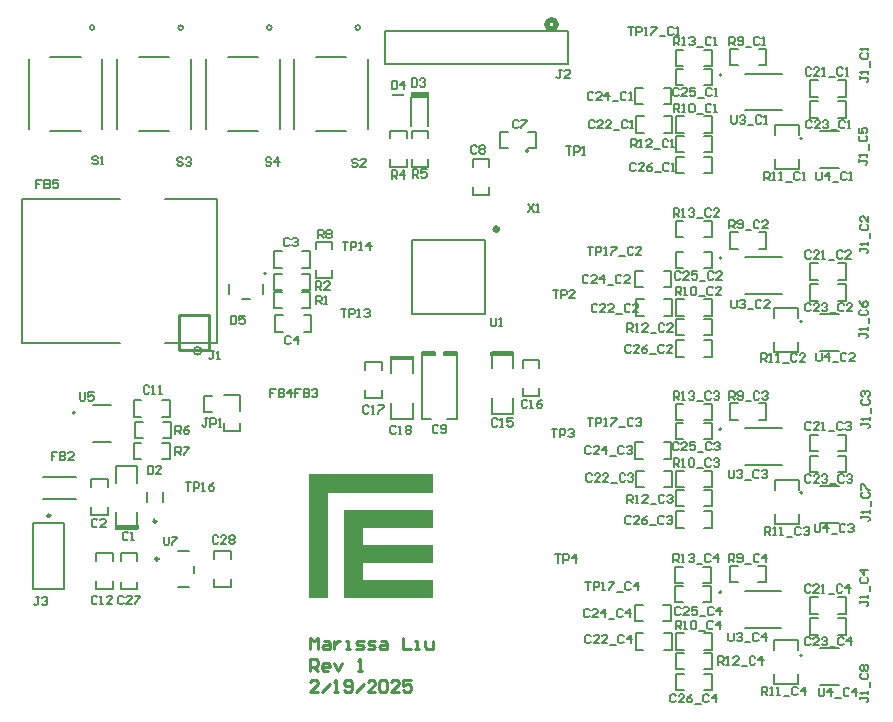
<source format=gto>
G04*
G04 #@! TF.GenerationSoftware,Altium Limited,Altium Designer,24.8.2 (39)*
G04*
G04 Layer_Color=65535*
%FSLAX44Y44*%
%MOMM*%
G71*
G04*
G04 #@! TF.SameCoordinates,DE467F84-66AF-4C6A-BC95-973404F0CDF1*
G04*
G04*
G04 #@! TF.FilePolarity,Positive*
G04*
G01*
G75*
%ADD10C,0.1524*%
%ADD11C,0.5080*%
%ADD12C,0.5000*%
%ADD13C,0.1270*%
%ADD14C,0.2000*%
%ADD15C,0.1500*%
%ADD16C,0.2500*%
%ADD17C,0.2540*%
%ADD18C,0.1778*%
%ADD19C,0.1700*%
%ADD20R,2.0000X0.3000*%
%ADD21R,1.0000X0.2250*%
%ADD22R,1.6000X0.5000*%
G36*
X349125Y179031D02*
X349402D01*
Y163808D01*
X289616D01*
Y149415D01*
X349402D01*
Y134192D01*
X349125D01*
Y133915D01*
X289616D01*
Y119799D01*
X349402D01*
Y104299D01*
X274116D01*
Y179308D01*
X349125D01*
Y179031D01*
D02*
G37*
G36*
Y193701D02*
X260000D01*
Y104299D01*
X244500D01*
Y209201D01*
X349125D01*
Y193701D01*
D02*
G37*
G36*
X350730Y313000D02*
X339730D01*
Y310000D01*
X350730D01*
Y313000D01*
D02*
G37*
G36*
X358535Y312949D02*
X369535D01*
Y309949D01*
X358535D01*
Y312949D01*
D02*
G37*
D10*
X62645Y587412D02*
G03*
X62645Y587412I-2032J0D01*
G01*
X137645D02*
G03*
X137645Y587412I-2032J0D01*
G01*
X212645D02*
G03*
X212645Y587412I-2032J0D01*
G01*
X287645D02*
G03*
X287645Y587412I-2032J0D01*
G01*
X429770Y482922D02*
G03*
X429770Y482922I-1270J0D01*
G01*
X6871Y501460D02*
Y560591D01*
X25329Y499783D02*
X50897D01*
X69355Y501460D02*
Y560591D01*
X25329Y562267D02*
X50897D01*
X100329D02*
X125897D01*
X144355Y501460D02*
Y560591D01*
X100329Y499783D02*
X125897D01*
X81871Y501460D02*
Y560591D01*
X175329Y562267D02*
X200897D01*
X219355Y501460D02*
Y560591D01*
X175329Y499783D02*
X200897D01*
X156871Y501460D02*
Y560591D01*
X250329Y562267D02*
X275897D01*
X294355Y501460D02*
Y560591D01*
X250329Y499783D02*
X275897D01*
X231871Y501460D02*
Y560591D01*
X308630Y584970D02*
X463570D01*
X308630Y557030D02*
Y584970D01*
Y557030D02*
X463570D01*
Y584970D01*
D11*
X453410Y590050D02*
G03*
X453410Y590050I-3810J0D01*
G01*
D12*
X403730Y416800D02*
G03*
X403730Y416800I-1000J0D01*
G01*
D13*
X153289Y313700D02*
G03*
X153289Y313700I-3289J0D01*
G01*
X122600Y442200D02*
X166300D01*
Y320200D02*
Y442200D01*
X122600Y320200D02*
X166300D01*
X1300Y442200D02*
X83900D01*
X1300Y320200D02*
Y442200D01*
Y320200D02*
X83900D01*
X613128Y79500D02*
X644128D01*
X613128Y110500D02*
X644128D01*
X613349Y217245D02*
X644349D01*
X613349Y248245D02*
X644349D01*
X613349Y362245D02*
X644349D01*
X613349Y393245D02*
X644349D01*
X613349Y517244D02*
X644349D01*
X613349Y548245D02*
X644349D01*
X677000Y468350D02*
X693000D01*
X677000Y499650D02*
X693000D01*
X676779Y61905D02*
X692779D01*
X676779Y30605D02*
X692779D01*
X677000Y344650D02*
X693000D01*
X677000Y313350D02*
X693000D01*
X677000Y199650D02*
X693000D01*
X677000Y168350D02*
X693000D01*
X61000Y267650D02*
X77000D01*
X61000Y236350D02*
X77000D01*
D14*
X593428Y109550D02*
G03*
X593428Y109550I-1000J0D01*
G01*
X593649Y247295D02*
G03*
X593649Y247295I-1000J0D01*
G01*
Y392295D02*
G03*
X593649Y392295I-1000J0D01*
G01*
Y547295D02*
G03*
X593649Y547295I-1000J0D01*
G01*
X662000Y493500D02*
G03*
X662000Y493500I-1000J0D01*
G01*
X661779Y55756D02*
G03*
X661779Y55756I-1000J0D01*
G01*
X662000Y338500D02*
G03*
X662000Y338500I-1000J0D01*
G01*
Y193500D02*
G03*
X662000Y193500I-1000J0D01*
G01*
X46000Y261500D02*
G03*
X46000Y261500I-1000J0D01*
G01*
X331080Y407450D02*
X393380D01*
X331080Y345150D02*
Y407450D01*
Y345150D02*
X393380D01*
Y407450D01*
X369535Y309949D02*
Y312949D01*
X358535D02*
X369535D01*
X358535Y309949D02*
Y312949D01*
Y309949D02*
X369535D01*
Y255949D02*
Y309949D01*
X361535Y255949D02*
X369535D01*
X339730Y310000D02*
Y313000D01*
X350730D01*
Y310000D02*
Y313000D01*
X339730Y310000D02*
X350730D01*
X339730Y256000D02*
Y310000D01*
Y256000D02*
X347730D01*
X314000Y308900D02*
X332000D01*
Y294900D02*
Y308900D01*
X314000Y294900D02*
Y308900D01*
Y255900D02*
Y269900D01*
X332000Y255900D02*
Y269900D01*
X314000Y255900D02*
X332000D01*
X133750Y113500D02*
X142250D01*
X146500Y126000D02*
Y132000D01*
X133750Y144500D02*
X142250D01*
X37200Y112100D02*
Y167900D01*
X10800Y112100D02*
X37200D01*
X10800D02*
Y167900D01*
X37200D01*
X18709Y188709D02*
X47291D01*
X18709Y207291D02*
X47291D01*
X107250Y185750D02*
Y194250D01*
X120750Y185750D02*
Y194250D01*
X81000Y216000D02*
X99000D01*
X81000Y202000D02*
Y216000D01*
X99000Y202000D02*
Y216000D01*
Y163000D02*
Y177000D01*
X81000Y163000D02*
Y177000D01*
Y163000D02*
X99000D01*
X399000Y260000D02*
X417000D01*
Y274000D01*
X399000Y260000D02*
Y274000D01*
Y299000D02*
Y313000D01*
X417000Y299000D02*
Y313000D01*
X399000D02*
X417000D01*
X331000Y504000D02*
Y529000D01*
X345000Y504000D02*
Y529000D01*
D15*
X207750Y379000D02*
G03*
X207750Y379000I-750J0D01*
G01*
X205500Y361500D02*
Y370500D01*
X176500Y361500D02*
Y370500D01*
X187500Y358000D02*
X194500D01*
D16*
X116750Y137500D02*
G03*
X116750Y137500I-1250J0D01*
G01*
X25250Y174250D02*
G03*
X25250Y174250I-1250J0D01*
G01*
X115000Y169500D02*
G03*
X115000Y169500I-1250J0D01*
G01*
D17*
X134500Y314237D02*
Y344237D01*
Y314237D02*
X159500D01*
Y344237D01*
X134500D02*
X159500D01*
X245540Y61045D02*
Y71042D01*
X248872Y67710D01*
X252204Y71042D01*
Y61045D01*
X257203Y67710D02*
X260535D01*
X262201Y66044D01*
Y61045D01*
X257203D01*
X255537Y62712D01*
X257203Y64378D01*
X262201D01*
X265534Y67710D02*
Y61045D01*
Y64378D01*
X267200Y66044D01*
X268866Y67710D01*
X270532D01*
X275530Y61045D02*
X278863D01*
X277197D01*
Y67710D01*
X275530D01*
X283861Y61045D02*
X288859D01*
X290525Y62712D01*
X288859Y64378D01*
X285527D01*
X283861Y66044D01*
X285527Y67710D01*
X290525D01*
X293858Y61045D02*
X298856D01*
X300522Y62712D01*
X298856Y64378D01*
X295524D01*
X293858Y66044D01*
X295524Y67710D01*
X300522D01*
X305521D02*
X308853D01*
X310519Y66044D01*
Y61045D01*
X305521D01*
X303855Y62712D01*
X305521Y64378D01*
X310519D01*
X323848Y71042D02*
Y61045D01*
X330513D01*
X333845D02*
X337177D01*
X335511D01*
Y67710D01*
X333845D01*
X342175D02*
Y62712D01*
X343842Y61045D01*
X348840D01*
Y67710D01*
X245540Y42953D02*
Y52950D01*
X250538D01*
X252204Y51284D01*
Y47952D01*
X250538Y46286D01*
X245540D01*
X248872D02*
X252204Y42953D01*
X260535D02*
X257203D01*
X255537Y44619D01*
Y47952D01*
X257203Y49618D01*
X260535D01*
X262201Y47952D01*
Y46286D01*
X255537D01*
X265534Y49618D02*
X268866Y42953D01*
X272198Y49618D01*
X285527Y42953D02*
X288859D01*
X287193D01*
Y52950D01*
X285527Y51284D01*
X252204Y24861D02*
X245540D01*
X252204Y31526D01*
Y33192D01*
X250538Y34858D01*
X247206D01*
X245540Y33192D01*
X255537Y24861D02*
X262201Y31526D01*
X265534Y24861D02*
X268866D01*
X267200D01*
Y34858D01*
X265534Y33192D01*
X273864Y26527D02*
X275530Y24861D01*
X278863D01*
X280529Y26527D01*
Y33192D01*
X278863Y34858D01*
X275530D01*
X273864Y33192D01*
Y31526D01*
X275530Y29860D01*
X280529D01*
X283861Y24861D02*
X290525Y31526D01*
X300522Y24861D02*
X293858D01*
X300522Y31526D01*
Y33192D01*
X298856Y34858D01*
X295524D01*
X293858Y33192D01*
X303855D02*
X305521Y34858D01*
X308853D01*
X310519Y33192D01*
Y26527D01*
X308853Y24861D01*
X305521D01*
X303855Y26527D01*
Y33192D01*
X320516Y24861D02*
X313851D01*
X320516Y31526D01*
Y33192D01*
X318850Y34858D01*
X315518D01*
X313851Y33192D01*
X330513Y34858D02*
X323848D01*
Y29860D01*
X327180Y31526D01*
X328847D01*
X330513Y29860D01*
Y26527D01*
X328847Y24861D01*
X325514D01*
X323848Y26527D01*
D18*
X429636Y498926D02*
X436236D01*
Y485091D02*
Y498926D01*
X429636Y485091D02*
X436236D01*
X405765D02*
X412364D01*
X405765D02*
Y498926D01*
X412364D01*
X425074Y275765D02*
Y282364D01*
Y275765D02*
X438909D01*
Y282364D01*
Y299636D02*
Y306236D01*
X425074D02*
X438909D01*
X425074Y299636D02*
Y306236D01*
X292074Y297636D02*
Y304235D01*
X305909D01*
Y297636D02*
Y304235D01*
Y273765D02*
Y280364D01*
X292074Y273765D02*
X305909D01*
X292074D02*
Y280364D01*
X692485Y529017D02*
X699085D01*
Y542852D01*
X692485D02*
X699085D01*
X668614D02*
X675213D01*
X668614Y529017D02*
Y542852D01*
Y529017D02*
X675213D01*
X692264Y91273D02*
X698863D01*
Y105107D01*
X692264D02*
X698863D01*
X668392D02*
X674992D01*
X668392Y91273D02*
Y105107D01*
Y91273D02*
X674992D01*
X520832Y74488D02*
X527432D01*
X520832Y60653D02*
Y74488D01*
Y60653D02*
X527432D01*
X544704D02*
X551303D01*
Y74488D01*
X544704D02*
X551303D01*
X668392Y87181D02*
X674992D01*
X668392Y73347D02*
Y87181D01*
Y73347D02*
X674992D01*
X692264D02*
X698863D01*
Y87181D01*
X692264D02*
X698863D01*
X520468Y98488D02*
X527068D01*
X520468Y84653D02*
Y98488D01*
Y84653D02*
X527068D01*
X544340D02*
X550939D01*
Y98488D01*
X544340D02*
X550939D01*
X554392Y114926D02*
X560992D01*
X554392Y101091D02*
Y114926D01*
Y101091D02*
X560992D01*
X578264D02*
X584863D01*
Y114926D01*
X578264D02*
X584863D01*
X578704Y26212D02*
X585303D01*
Y40046D01*
X578704D02*
X585303D01*
X554832D02*
X561432D01*
X554832Y26212D02*
Y40046D01*
Y26212D02*
X561432D01*
X600832Y131488D02*
X607432D01*
X600832Y117653D02*
Y131488D01*
Y117653D02*
X607432D01*
X624704D02*
X631303D01*
Y131488D01*
X624704D02*
X631303D01*
X554832Y74488D02*
X561432D01*
X554832Y60653D02*
Y74488D01*
Y60653D02*
X561432D01*
X578704D02*
X585303D01*
Y74488D01*
X578704D02*
X585303D01*
X657939Y60368D02*
Y69004D01*
X647779D02*
X657939D01*
X637619D02*
X647779D01*
X637619Y60368D02*
Y69004D01*
Y31412D02*
Y40048D01*
Y31412D02*
X647779D01*
X657939D01*
Y40048D01*
X554832Y58063D02*
X561432D01*
X554832Y44229D02*
Y58063D01*
Y44229D02*
X561432D01*
X578704D02*
X585303D01*
Y58063D01*
X578704D02*
X585303D01*
X578264Y117074D02*
X584863D01*
Y130909D01*
X578264D02*
X584863D01*
X554392D02*
X560992D01*
X554392Y117074D02*
Y130909D01*
Y117074D02*
X560992D01*
X578485Y409819D02*
X585085D01*
Y423653D01*
X578485D02*
X585085D01*
X554614D02*
X561213D01*
X554614Y409819D02*
Y423653D01*
Y409819D02*
X561213D01*
X668614Y524925D02*
X675213D01*
X668614Y511091D02*
Y524925D01*
Y511091D02*
X675213D01*
X692485D02*
X699085D01*
Y524925D01*
X692485D02*
X699085D01*
X521054Y357232D02*
X527653D01*
X521054Y343398D02*
Y357232D01*
Y343398D02*
X527653D01*
X544925D02*
X551525D01*
Y357232D01*
X544925D02*
X551525D01*
X578925Y308957D02*
X585524D01*
Y322791D01*
X578925D02*
X585524D01*
X555053D02*
X561653D01*
X555053Y308957D02*
Y322791D01*
Y308957D02*
X561653D01*
X554614Y397670D02*
X561213D01*
X554614Y383836D02*
Y397670D01*
Y383836D02*
X561213D01*
X578485D02*
X585085D01*
Y397670D01*
X578485D02*
X585085D01*
X668614Y369926D02*
X675213D01*
X668614Y356091D02*
Y369926D01*
Y356091D02*
X675213D01*
X692485D02*
X699085D01*
Y369926D01*
X692485D02*
X699085D01*
X692485Y374017D02*
X699085D01*
Y387852D01*
X692485D02*
X699085D01*
X668614D02*
X675213D01*
X668614Y374017D02*
Y387852D01*
Y374017D02*
X675213D01*
X520690Y381232D02*
X527289D01*
X520690Y367398D02*
Y381232D01*
Y367398D02*
X527289D01*
X544561D02*
X551161D01*
Y381232D01*
X544561D02*
X551161D01*
X520690Y536232D02*
X527289D01*
X520690Y522398D02*
Y536232D01*
Y522398D02*
X527289D01*
X544561D02*
X551161D01*
Y536232D01*
X544561D02*
X551161D01*
X554614Y552670D02*
X561213D01*
X554614Y538836D02*
Y552670D01*
Y538836D02*
X561213D01*
X578485D02*
X585085D01*
Y552670D01*
X578485D02*
X585085D01*
X521054Y512232D02*
X527653D01*
X521054Y498398D02*
Y512232D01*
Y498398D02*
X527653D01*
X544925D02*
X551525D01*
Y512232D01*
X544925D02*
X551525D01*
X692485Y224926D02*
X699085D01*
Y211091D02*
Y224926D01*
X692485Y211091D02*
X699085D01*
X668614D02*
X675213D01*
X668614D02*
Y224926D01*
X675213D01*
X668614Y229017D02*
X675213D01*
X668614D02*
Y242852D01*
X675213D01*
X692485D02*
X699085D01*
Y229017D02*
Y242852D01*
X692485Y229017D02*
X699085D01*
X578485Y252670D02*
X585085D01*
Y238836D02*
Y252670D01*
X578485Y238836D02*
X585085D01*
X554614D02*
X561213D01*
X554614D02*
Y252670D01*
X561213D01*
X578925Y463957D02*
X585524D01*
Y477791D01*
X578925D02*
X585524D01*
X555053D02*
X561653D01*
X555053Y463957D02*
Y477791D01*
Y463957D02*
X561653D01*
X555053Y163957D02*
X561653D01*
X555053D02*
Y177791D01*
X561653D01*
X578925D02*
X585524D01*
Y163957D02*
Y177791D01*
X578925Y163957D02*
X585524D01*
X544561Y236232D02*
X551161D01*
Y222398D02*
Y236232D01*
X544561Y222398D02*
X551161D01*
X520690D02*
X527289D01*
X520690D02*
Y236232D01*
X527289D01*
X544925Y212232D02*
X551525D01*
Y198398D02*
Y212232D01*
X544925Y198398D02*
X551525D01*
X521054D02*
X527653D01*
X521054D02*
Y212232D01*
X527653D01*
X601054Y414232D02*
X607653D01*
X601054Y400398D02*
Y414232D01*
Y400398D02*
X607653D01*
X624925D02*
X631525D01*
Y414232D01*
X624925D02*
X631525D01*
X658160Y341717D02*
Y350353D01*
X648000D02*
X658160D01*
X637840D02*
X648000D01*
X637840Y341717D02*
Y350353D01*
Y312761D02*
Y321397D01*
Y312761D02*
X648000D01*
X658160D01*
Y321397D01*
X578485Y554819D02*
X585085D01*
Y568653D01*
X578485D02*
X585085D01*
X554614D02*
X561213D01*
X554614Y554819D02*
Y568653D01*
Y554819D02*
X561213D01*
X601054Y569232D02*
X607653D01*
X601054Y555398D02*
Y569232D01*
Y555398D02*
X607653D01*
X624925D02*
X631525D01*
Y569232D01*
X624925D02*
X631525D01*
X555053Y357232D02*
X561653D01*
X555053Y343398D02*
Y357232D01*
Y343398D02*
X561653D01*
X578925D02*
X585524D01*
Y357232D01*
X578925D02*
X585524D01*
X555053Y340808D02*
X561653D01*
X555053Y326973D02*
Y340808D01*
Y326973D02*
X561653D01*
X578925D02*
X585524D01*
Y340808D01*
X578925D02*
X585524D01*
X659466Y166754D02*
Y175390D01*
X649306Y166754D02*
X659466D01*
X639146D02*
X649306D01*
X639146D02*
Y175390D01*
Y195710D02*
Y204346D01*
X649306D01*
X659466D01*
Y195710D02*
Y204346D01*
X578925Y212232D02*
X585524D01*
Y198398D02*
Y212232D01*
X578925Y198398D02*
X585524D01*
X555053D02*
X561653D01*
X555053D02*
Y212232D01*
X561653D01*
X659466Y467761D02*
Y476397D01*
X649306Y467761D02*
X659466D01*
X639146D02*
X649306D01*
X639146D02*
Y476397D01*
Y496717D02*
Y505353D01*
X649306D01*
X659466D01*
Y496717D02*
Y505353D01*
X555053Y512232D02*
X561653D01*
X555053Y498398D02*
Y512232D01*
Y498398D02*
X561653D01*
X578925D02*
X585524D01*
Y512232D01*
X578925D02*
X585524D01*
X555053Y495808D02*
X561653D01*
X555053Y481973D02*
Y495808D01*
Y481973D02*
X561653D01*
X578925D02*
X585524D01*
Y495808D01*
X578925D02*
X585524D01*
X578925Y195808D02*
X585524D01*
Y181973D02*
Y195808D01*
X578925Y181973D02*
X585524D01*
X555053D02*
X561653D01*
X555053D02*
Y195808D01*
X561653D01*
X554614Y254819D02*
X561213D01*
X554614D02*
Y268653D01*
X561213D01*
X578485D02*
X585085D01*
Y254819D02*
Y268653D01*
X578485Y254819D02*
X585085D01*
X624925Y269232D02*
X631525D01*
Y255398D02*
Y269232D01*
X624925Y255398D02*
X631525D01*
X601054D02*
X607653D01*
X601054D02*
Y269232D01*
X607653D01*
X73926Y198636D02*
Y205236D01*
X60091D02*
X73926D01*
X60091Y198636D02*
Y205236D01*
Y174764D02*
Y181364D01*
Y174764D02*
X73926D01*
Y181364D01*
X96764Y240074D02*
X103364D01*
X96764D02*
Y253909D01*
X103364D01*
X120636D02*
X127235D01*
Y240074D02*
Y253909D01*
X120636Y240074D02*
X127235D01*
X95765Y258074D02*
X102364D01*
X95765D02*
Y271909D01*
X102364D01*
X119636D02*
X126236D01*
Y258074D02*
Y271909D01*
X119636Y258074D02*
X126236D01*
X119636Y235926D02*
X126236D01*
Y222091D02*
Y235926D01*
X119636Y222091D02*
X126236D01*
X95765D02*
X102364D01*
X95765D02*
Y235926D01*
X102364D01*
X185909Y245765D02*
Y252364D01*
X172074Y245765D02*
X185909D01*
X172074D02*
Y252364D01*
X155765Y262074D02*
X162364D01*
X155765D02*
Y275909D01*
X162364D01*
X172074Y276236D02*
X185909D01*
Y262636D02*
Y276236D01*
X164074Y113764D02*
Y120364D01*
Y113764D02*
X177909D01*
Y120364D01*
Y137636D02*
Y144235D01*
X164074D02*
X177909D01*
X164074Y137636D02*
Y144235D01*
X85074Y111764D02*
Y118364D01*
Y111764D02*
X98909D01*
Y118364D01*
Y135636D02*
Y142235D01*
X85074D02*
X98909D01*
X85074Y135636D02*
Y142235D01*
X214764Y363926D02*
X221364D01*
X214764Y350091D02*
Y363926D01*
Y350091D02*
X221364D01*
X238636D02*
X245236D01*
Y363926D01*
X238636D02*
X245236D01*
X214764Y379084D02*
X221364D01*
X214764Y365249D02*
Y379084D01*
Y365249D02*
X221364D01*
X238636D02*
X245236D01*
Y379084D01*
X238636D02*
X245236D01*
X238636Y384074D02*
X245236D01*
Y397909D01*
X238636D02*
X245236D01*
X214764D02*
X221364D01*
X214764Y384074D02*
Y397909D01*
Y384074D02*
X221364D01*
X263926Y375765D02*
Y382364D01*
X250091Y375765D02*
X263926D01*
X250091D02*
Y382364D01*
Y399636D02*
Y406236D01*
X263926D01*
Y399636D02*
Y406236D01*
X215765Y330074D02*
X222364D01*
X215765D02*
Y343909D01*
X222364D01*
X239636D02*
X246236D01*
Y330074D02*
Y343909D01*
X239636Y330074D02*
X246236D01*
X396926Y445765D02*
Y452364D01*
X383091Y445765D02*
X396926D01*
X383091D02*
Y452364D01*
Y469636D02*
Y476235D01*
X396926D01*
Y469636D02*
Y476235D01*
X326926Y469765D02*
Y476364D01*
X313091Y469765D02*
X326926D01*
X313091D02*
Y476364D01*
Y493636D02*
Y500235D01*
X326926D01*
Y493636D02*
Y500235D01*
X344925Y469765D02*
Y476364D01*
X331091Y469765D02*
X344925D01*
X331091D02*
Y476364D01*
Y493636D02*
Y500235D01*
X344925D01*
Y493636D02*
Y500235D01*
X64074Y112065D02*
Y118664D01*
Y112065D02*
X77909D01*
Y118664D01*
Y135936D02*
Y142535D01*
X64074D02*
X77909D01*
X64074Y135936D02*
Y142535D01*
D19*
X212447Y476358D02*
X211280Y477524D01*
X208948D01*
X207782Y476358D01*
Y475191D01*
X208948Y474025D01*
X211280D01*
X212447Y472859D01*
Y471692D01*
X211280Y470526D01*
X208948D01*
X207782Y471692D01*
X218278Y470526D02*
Y477524D01*
X214779Y474025D01*
X219444D01*
X137447Y476358D02*
X136280Y477524D01*
X133948D01*
X132781Y476358D01*
Y475191D01*
X133948Y474025D01*
X136280D01*
X137447Y472859D01*
Y471692D01*
X136280Y470526D01*
X133948D01*
X132781Y471692D01*
X139779Y476358D02*
X140946Y477524D01*
X143278D01*
X144444Y476358D01*
Y475191D01*
X143278Y474025D01*
X142112D01*
X143278D01*
X144444Y472859D01*
Y471692D01*
X143278Y470526D01*
X140946D01*
X139779Y471692D01*
X285447Y475358D02*
X284280Y476524D01*
X281948D01*
X280781Y475358D01*
Y474191D01*
X281948Y473025D01*
X284280D01*
X285447Y471859D01*
Y470692D01*
X284280Y469526D01*
X281948D01*
X280781Y470692D01*
X292444Y469526D02*
X287779D01*
X292444Y474191D01*
Y475358D01*
X291278Y476524D01*
X288946D01*
X287779Y475358D01*
X65613Y477358D02*
X64447Y478524D01*
X62114D01*
X60948Y477358D01*
Y476191D01*
X62114Y475025D01*
X64447D01*
X65613Y473859D01*
Y472692D01*
X64447Y471526D01*
X62114D01*
X60948Y472692D01*
X67946Y471526D02*
X70278D01*
X69112D01*
Y478524D01*
X67946Y477358D01*
X121168Y156499D02*
Y150667D01*
X122335Y149501D01*
X124667D01*
X125834Y150667D01*
Y156499D01*
X128166D02*
X132831D01*
Y155333D01*
X128166Y150667D01*
Y149501D01*
X167335Y156333D02*
X166169Y157499D01*
X163836D01*
X162670Y156333D01*
Y151667D01*
X163836Y150501D01*
X166169D01*
X167335Y151667D01*
X174333Y150501D02*
X169667D01*
X174333Y155166D01*
Y156333D01*
X173166Y157499D01*
X170834D01*
X169667Y156333D01*
X176665D02*
X177831Y157499D01*
X180164D01*
X181330Y156333D01*
Y155166D01*
X180164Y154000D01*
X181330Y152834D01*
Y151667D01*
X180164Y150501D01*
X177831D01*
X176665Y151667D01*
Y152834D01*
X177831Y154000D01*
X176665Y155166D01*
Y156333D01*
X177831Y154000D02*
X180164D01*
X87335Y105333D02*
X86168Y106499D01*
X83836D01*
X82670Y105333D01*
Y100667D01*
X83836Y99501D01*
X86168D01*
X87335Y100667D01*
X94333Y99501D02*
X89667D01*
X94333Y104166D01*
Y105333D01*
X93166Y106499D01*
X90834D01*
X89667Y105333D01*
X96665Y106499D02*
X101330D01*
Y105333D01*
X96665Y100667D01*
Y99501D01*
X452670Y141499D02*
X457335D01*
X455002D01*
Y134501D01*
X459667D02*
Y141499D01*
X463166D01*
X464333Y140333D01*
Y138000D01*
X463166Y136834D01*
X459667D01*
X470164Y134501D02*
Y141499D01*
X466665Y138000D01*
X471330D01*
X449670Y247499D02*
X454335D01*
X452002D01*
Y240501D01*
X456667D02*
Y247499D01*
X460166D01*
X461333Y246333D01*
Y244000D01*
X460166Y242834D01*
X456667D01*
X463665Y246333D02*
X464832Y247499D01*
X467164D01*
X468330Y246333D01*
Y245166D01*
X467164Y244000D01*
X465998D01*
X467164D01*
X468330Y242834D01*
Y241667D01*
X467164Y240501D01*
X464832D01*
X463665Y241667D01*
X450670Y365499D02*
X455335D01*
X453002D01*
Y358501D01*
X457667D02*
Y365499D01*
X461166D01*
X462333Y364333D01*
Y362000D01*
X461166Y360834D01*
X457667D01*
X469330Y358501D02*
X464665D01*
X469330Y363166D01*
Y364333D01*
X468164Y365499D01*
X465831D01*
X464665Y364333D01*
X461836Y486905D02*
X466501D01*
X464169D01*
Y479907D01*
X468834D02*
Y486905D01*
X472333D01*
X473499Y485738D01*
Y483406D01*
X472333Y482240D01*
X468834D01*
X475831Y479907D02*
X478164D01*
X476998D01*
Y486905D01*
X475831Y485738D01*
X710167Y328920D02*
Y326588D01*
Y327754D01*
X715999D01*
X717165Y326588D01*
Y325421D01*
X715999Y324255D01*
X717165Y331253D02*
Y333585D01*
Y332419D01*
X710167D01*
X711334Y331253D01*
X718331Y337084D02*
Y341749D01*
X711334Y348747D02*
X710167Y347581D01*
Y345248D01*
X711334Y344082D01*
X715999D01*
X717165Y345248D01*
Y347581D01*
X715999Y348747D01*
X710167Y355745D02*
X711334Y353412D01*
X713666Y351080D01*
X715999D01*
X717165Y352246D01*
Y354579D01*
X715999Y355745D01*
X714833D01*
X713666Y354579D01*
Y351080D01*
X158501Y256499D02*
X156168D01*
X157335D01*
Y250667D01*
X156168Y249501D01*
X155002D01*
X153836Y250667D01*
X160834Y249501D02*
Y256499D01*
X164333D01*
X165499Y255333D01*
Y253000D01*
X164333Y251834D01*
X160834D01*
X167831Y249501D02*
X170164D01*
X168998D01*
Y256499D01*
X167831Y255333D01*
X15834Y105499D02*
X13501D01*
X14667D01*
Y99667D01*
X13501Y98501D01*
X12335D01*
X11169Y99667D01*
X18166Y104333D02*
X19333Y105499D01*
X21665D01*
X22831Y104333D01*
Y103166D01*
X21665Y102000D01*
X20499D01*
X21665D01*
X22831Y100834D01*
Y99667D01*
X21665Y98501D01*
X19333D01*
X18166Y99667D01*
X429863Y438499D02*
X434529Y431501D01*
Y438499D02*
X429863Y431501D01*
X436861D02*
X439194D01*
X438027D01*
Y438499D01*
X436861Y437333D01*
X50168Y278499D02*
Y272667D01*
X51335Y271501D01*
X53667D01*
X54834Y272667D01*
Y278499D01*
X61831D02*
X57166D01*
Y275000D01*
X59499Y276166D01*
X60665D01*
X61831Y275000D01*
Y272667D01*
X60665Y271501D01*
X58333D01*
X57166Y272667D01*
X675975Y28338D02*
Y22506D01*
X677141Y21340D01*
X679474D01*
X680640Y22506D01*
Y28338D01*
X686472Y21340D02*
Y28338D01*
X682973Y24839D01*
X687638D01*
X689971Y20173D02*
X694636D01*
X701634Y27171D02*
X700467Y28338D01*
X698135D01*
X696969Y27171D01*
Y22506D01*
X698135Y21340D01*
X700467D01*
X701634Y22506D01*
X707465Y21340D02*
Y28338D01*
X703966Y24839D01*
X708631D01*
X672672Y167082D02*
Y161251D01*
X673838Y160084D01*
X676171D01*
X677337Y161251D01*
Y167082D01*
X683168Y160084D02*
Y167082D01*
X679670Y163583D01*
X684335D01*
X686667Y158918D02*
X691333D01*
X698330Y165916D02*
X697164Y167082D01*
X694831D01*
X693665Y165916D01*
Y161251D01*
X694831Y160084D01*
X697164D01*
X698330Y161251D01*
X700663Y165916D02*
X701829Y167082D01*
X704162D01*
X705328Y165916D01*
Y164750D01*
X704162Y163583D01*
X702996D01*
X704162D01*
X705328Y162417D01*
Y161251D01*
X704162Y160084D01*
X701829D01*
X700663Y161251D01*
X673672Y312082D02*
Y306251D01*
X674838Y305084D01*
X677171D01*
X678337Y306251D01*
Y312082D01*
X684168Y305084D02*
Y312082D01*
X680670Y308583D01*
X685335D01*
X687667Y303918D02*
X692333D01*
X699330Y310916D02*
X698164Y312082D01*
X695832D01*
X694665Y310916D01*
Y306251D01*
X695832Y305084D01*
X698164D01*
X699330Y306251D01*
X706328Y305084D02*
X701663D01*
X706328Y309749D01*
Y310916D01*
X705162Y312082D01*
X702829D01*
X701663Y310916D01*
X673838Y465082D02*
Y459251D01*
X675005Y458084D01*
X677337D01*
X678503Y459251D01*
Y465082D01*
X684335Y458084D02*
Y465082D01*
X680836Y461583D01*
X685501D01*
X687834Y456918D02*
X692499D01*
X699497Y463916D02*
X698330Y465082D01*
X695998D01*
X694831Y463916D01*
Y459251D01*
X695998Y458084D01*
X698330D01*
X699497Y459251D01*
X701829Y458084D02*
X704162D01*
X702996D01*
Y465082D01*
X701829Y463916D01*
X599300Y75084D02*
Y69252D01*
X600466Y68086D01*
X602798D01*
X603965Y69252D01*
Y75084D01*
X606297Y73917D02*
X607464Y75084D01*
X609796D01*
X610962Y73917D01*
Y72751D01*
X609796Y71585D01*
X608630D01*
X609796D01*
X610962Y70419D01*
Y69252D01*
X609796Y68086D01*
X607464D01*
X606297Y69252D01*
X613295Y66920D02*
X617960D01*
X624958Y73917D02*
X623792Y75084D01*
X621459D01*
X620293Y73917D01*
Y69252D01*
X621459Y68086D01*
X623792D01*
X624958Y69252D01*
X630789Y68086D02*
Y75084D01*
X627290Y71585D01*
X631956D01*
X599521Y212828D02*
Y206997D01*
X600687Y205830D01*
X603020D01*
X604186Y206997D01*
Y212828D01*
X606519Y211662D02*
X607685Y212828D01*
X610018D01*
X611184Y211662D01*
Y210496D01*
X610018Y209329D01*
X608851D01*
X610018D01*
X611184Y208163D01*
Y206997D01*
X610018Y205830D01*
X607685D01*
X606519Y206997D01*
X613517Y204664D02*
X618182D01*
X625179Y211662D02*
X624013Y212828D01*
X621680D01*
X620514Y211662D01*
Y206997D01*
X621680Y205830D01*
X624013D01*
X625179Y206997D01*
X627512Y211662D02*
X628678Y212828D01*
X631011D01*
X632177Y211662D01*
Y210496D01*
X631011Y209329D01*
X629845D01*
X631011D01*
X632177Y208163D01*
Y206997D01*
X631011Y205830D01*
X628678D01*
X627512Y206997D01*
X601672Y357082D02*
Y351251D01*
X602838Y350084D01*
X605171D01*
X606337Y351251D01*
Y357082D01*
X608670Y355916D02*
X609836Y357082D01*
X612169D01*
X613335Y355916D01*
Y354749D01*
X612169Y353583D01*
X611002D01*
X612169D01*
X613335Y352417D01*
Y351251D01*
X612169Y350084D01*
X609836D01*
X608670Y351251D01*
X615667Y348918D02*
X620333D01*
X627330Y355916D02*
X626164Y357082D01*
X623831D01*
X622665Y355916D01*
Y351251D01*
X623831Y350084D01*
X626164D01*
X627330Y351251D01*
X634328Y350084D02*
X629663D01*
X634328Y354749D01*
Y355916D01*
X633162Y357082D01*
X630829D01*
X629663Y355916D01*
X601838Y513082D02*
Y507251D01*
X603004Y506084D01*
X605337D01*
X606503Y507251D01*
Y513082D01*
X608836Y511916D02*
X610002Y513082D01*
X612335D01*
X613501Y511916D01*
Y510749D01*
X612335Y509583D01*
X611169D01*
X612335D01*
X613501Y508417D01*
Y507251D01*
X612335Y506084D01*
X610002D01*
X608836Y507251D01*
X615834Y504918D02*
X620499D01*
X627497Y511916D02*
X626330Y513082D01*
X623998D01*
X622831Y511916D01*
Y507251D01*
X623998Y506084D01*
X626330D01*
X627497Y507251D01*
X629829Y506084D02*
X632162D01*
X630995D01*
Y513082D01*
X629829Y511916D01*
X398335Y341499D02*
Y335667D01*
X399501Y334501D01*
X401834D01*
X403000Y335667D01*
Y341499D01*
X405333Y334501D02*
X407665D01*
X406499D01*
Y341499D01*
X405333Y340333D01*
X478257Y118082D02*
X482923D01*
X480590D01*
Y111084D01*
X485255D02*
Y118082D01*
X488754D01*
X489920Y116916D01*
Y114583D01*
X488754Y113417D01*
X485255D01*
X492253Y111084D02*
X494585D01*
X493419D01*
Y118082D01*
X492253Y116916D01*
X498084Y118082D02*
X502749D01*
Y116916D01*
X498084Y112251D01*
Y111084D01*
X505082Y109918D02*
X509747D01*
X516745Y116916D02*
X515579Y118082D01*
X513246D01*
X512080Y116916D01*
Y112251D01*
X513246Y111084D01*
X515579D01*
X516745Y112251D01*
X522576Y111084D02*
Y118082D01*
X519077Y114583D01*
X523743D01*
X480257Y257082D02*
X484922D01*
X482590D01*
Y250084D01*
X487255D02*
Y257082D01*
X490754D01*
X491920Y255916D01*
Y253583D01*
X490754Y252417D01*
X487255D01*
X494253Y250084D02*
X496585D01*
X495419D01*
Y257082D01*
X494253Y255916D01*
X500084Y257082D02*
X504749D01*
Y255916D01*
X500084Y251251D01*
Y250084D01*
X507082Y248918D02*
X511747D01*
X518745Y255916D02*
X517579Y257082D01*
X515246D01*
X514080Y255916D01*
Y251251D01*
X515246Y250084D01*
X517579D01*
X518745Y251251D01*
X521077Y255916D02*
X522244Y257082D01*
X524576D01*
X525743Y255916D01*
Y254750D01*
X524576Y253583D01*
X523410D01*
X524576D01*
X525743Y252417D01*
Y251251D01*
X524576Y250084D01*
X522244D01*
X521077Y251251D01*
X480257Y402082D02*
X484922D01*
X482590D01*
Y395084D01*
X487255D02*
Y402082D01*
X490754D01*
X491920Y400916D01*
Y398583D01*
X490754Y397417D01*
X487255D01*
X494253Y395084D02*
X496585D01*
X495419D01*
Y402082D01*
X494253Y400916D01*
X500084Y402082D02*
X504749D01*
Y400916D01*
X500084Y396251D01*
Y395084D01*
X507082Y393918D02*
X511747D01*
X518745Y400916D02*
X517579Y402082D01*
X515246D01*
X514080Y400916D01*
Y396251D01*
X515246Y395084D01*
X517579D01*
X518745Y396251D01*
X525743Y395084D02*
X521077D01*
X525743Y399749D01*
Y400916D01*
X524576Y402082D01*
X522244D01*
X521077Y400916D01*
X514424Y588082D02*
X519089D01*
X516756D01*
Y581084D01*
X521421D02*
Y588082D01*
X524920D01*
X526087Y586916D01*
Y584583D01*
X524920Y583417D01*
X521421D01*
X528419Y581084D02*
X530752D01*
X529585D01*
Y588082D01*
X528419Y586916D01*
X534251Y588082D02*
X538916D01*
Y586916D01*
X534251Y582251D01*
Y581084D01*
X541248Y579918D02*
X545914D01*
X552911Y586916D02*
X551745Y588082D01*
X549412D01*
X548246Y586916D01*
Y582251D01*
X549412Y581084D01*
X551745D01*
X552911Y582251D01*
X555244Y581084D02*
X557576D01*
X556410D01*
Y588082D01*
X555244Y586916D01*
X139754Y202499D02*
X144419D01*
X142086D01*
Y195501D01*
X146752D02*
Y202499D01*
X150251D01*
X151417Y201333D01*
Y199000D01*
X150251Y197834D01*
X146752D01*
X153750Y195501D02*
X156082D01*
X154916D01*
Y202499D01*
X153750Y201333D01*
X164246Y202499D02*
X161914Y201333D01*
X159581Y199000D01*
Y196667D01*
X160747Y195501D01*
X163080D01*
X164246Y196667D01*
Y197834D01*
X163080Y199000D01*
X159581D01*
X272754Y406021D02*
X277419D01*
X275086D01*
Y399024D01*
X279752D02*
Y406021D01*
X283251D01*
X284417Y404855D01*
Y402522D01*
X283251Y401356D01*
X279752D01*
X286749Y399024D02*
X289082D01*
X287916D01*
Y406021D01*
X286749Y404855D01*
X296080Y399024D02*
Y406021D01*
X292581Y402522D01*
X297246D01*
X271193Y349299D02*
X275858D01*
X273526D01*
Y342301D01*
X278191D02*
Y349299D01*
X281690D01*
X282856Y348133D01*
Y345800D01*
X281690Y344634D01*
X278191D01*
X285189Y342301D02*
X287521D01*
X286355D01*
Y349299D01*
X285189Y348133D01*
X291020D02*
X292186Y349299D01*
X294519D01*
X295685Y348133D01*
Y346966D01*
X294519Y345800D01*
X293353D01*
X294519D01*
X295685Y344634D01*
Y343467D01*
X294519Y342301D01*
X292186D01*
X291020Y343467D01*
X552823Y134646D02*
Y141644D01*
X556322D01*
X557489Y140478D01*
Y138145D01*
X556322Y136979D01*
X552823D01*
X555156D02*
X557489Y134646D01*
X559821D02*
X562154D01*
X560988D01*
Y141644D01*
X559821Y140478D01*
X565653D02*
X566819Y141644D01*
X569151D01*
X570318Y140478D01*
Y139312D01*
X569151Y138145D01*
X567985D01*
X569151D01*
X570318Y136979D01*
Y135813D01*
X569151Y134646D01*
X566819D01*
X565653Y135813D01*
X572650Y133480D02*
X577316D01*
X584313Y140478D02*
X583147Y141644D01*
X580814D01*
X579648Y140478D01*
Y135813D01*
X580814Y134646D01*
X583147D01*
X584313Y135813D01*
X590145Y134646D02*
Y141644D01*
X586646Y138145D01*
X591311D01*
X553045Y272391D02*
Y279389D01*
X556544D01*
X557710Y278222D01*
Y275890D01*
X556544Y274723D01*
X553045D01*
X555378D02*
X557710Y272391D01*
X560043D02*
X562375D01*
X561209D01*
Y279389D01*
X560043Y278222D01*
X565874D02*
X567040Y279389D01*
X569373D01*
X570539Y278222D01*
Y277056D01*
X569373Y275890D01*
X568207D01*
X569373D01*
X570539Y274723D01*
Y273557D01*
X569373Y272391D01*
X567040D01*
X565874Y273557D01*
X572872Y271225D02*
X577537D01*
X584535Y278222D02*
X583368Y279389D01*
X581036D01*
X579870Y278222D01*
Y273557D01*
X581036Y272391D01*
X583368D01*
X584535Y273557D01*
X586867Y278222D02*
X588034Y279389D01*
X590366D01*
X591533Y278222D01*
Y277056D01*
X590366Y275890D01*
X589200D01*
X590366D01*
X591533Y274723D01*
Y273557D01*
X590366Y272391D01*
X588034D01*
X586867Y273557D01*
X553045Y427391D02*
Y434389D01*
X556544D01*
X557710Y433222D01*
Y430890D01*
X556544Y429723D01*
X553045D01*
X555378D02*
X557710Y427391D01*
X560043D02*
X562375D01*
X561209D01*
Y434389D01*
X560043Y433222D01*
X565874D02*
X567040Y434389D01*
X569373D01*
X570539Y433222D01*
Y432056D01*
X569373Y430890D01*
X568207D01*
X569373D01*
X570539Y429723D01*
Y428557D01*
X569373Y427391D01*
X567040D01*
X565874Y428557D01*
X572872Y426225D02*
X577537D01*
X584535Y433222D02*
X583368Y434389D01*
X581036D01*
X579870Y433222D01*
Y428557D01*
X581036Y427391D01*
X583368D01*
X584535Y428557D01*
X591533Y427391D02*
X586867D01*
X591533Y432056D01*
Y433222D01*
X590366Y434389D01*
X588034D01*
X586867Y433222D01*
X553212Y572391D02*
Y579389D01*
X556710D01*
X557877Y578222D01*
Y575890D01*
X556710Y574723D01*
X553212D01*
X555544D02*
X557877Y572391D01*
X560209D02*
X562542D01*
X561376D01*
Y579389D01*
X560209Y578222D01*
X566041D02*
X567207Y579389D01*
X569540D01*
X570706Y578222D01*
Y577056D01*
X569540Y575890D01*
X568373D01*
X569540D01*
X570706Y574723D01*
Y573557D01*
X569540Y572391D01*
X567207D01*
X566041Y573557D01*
X573038Y571225D02*
X577704D01*
X584701Y578222D02*
X583535Y579389D01*
X581203D01*
X580036Y578222D01*
Y573557D01*
X581203Y572391D01*
X583535D01*
X584701Y573557D01*
X587034Y572391D02*
X589366D01*
X588200D01*
Y579389D01*
X587034Y578222D01*
X590756Y48084D02*
Y55082D01*
X594255D01*
X595421Y53916D01*
Y51583D01*
X594255Y50417D01*
X590756D01*
X593089D02*
X595421Y48084D01*
X597754D02*
X600087D01*
X598920D01*
Y55082D01*
X597754Y53916D01*
X608251Y48084D02*
X603585D01*
X608251Y52749D01*
Y53916D01*
X607084Y55082D01*
X604752D01*
X603585Y53916D01*
X610583Y46918D02*
X615248D01*
X622246Y53916D02*
X621080Y55082D01*
X618747D01*
X617581Y53916D01*
Y49251D01*
X618747Y48084D01*
X621080D01*
X622246Y49251D01*
X628078Y48084D02*
Y55082D01*
X624579Y51583D01*
X629244D01*
X513756Y185084D02*
Y192082D01*
X517255D01*
X518421Y190916D01*
Y188583D01*
X517255Y187417D01*
X513756D01*
X516089D02*
X518421Y185084D01*
X520754D02*
X523087D01*
X521920D01*
Y192082D01*
X520754Y190916D01*
X531251Y185084D02*
X526585D01*
X531251Y189750D01*
Y190916D01*
X530084Y192082D01*
X527752D01*
X526585Y190916D01*
X533583Y183918D02*
X538248D01*
X545246Y190916D02*
X544080Y192082D01*
X541747D01*
X540581Y190916D01*
Y186251D01*
X541747Y185084D01*
X544080D01*
X545246Y186251D01*
X547579Y190916D02*
X548745Y192082D01*
X551077D01*
X552244Y190916D01*
Y189750D01*
X551077Y188583D01*
X549911D01*
X551077D01*
X552244Y187417D01*
Y186251D01*
X551077Y185084D01*
X548745D01*
X547579Y186251D01*
X513756Y330084D02*
Y337082D01*
X517255D01*
X518421Y335916D01*
Y333583D01*
X517255Y332417D01*
X513756D01*
X516089D02*
X518421Y330084D01*
X520754D02*
X523087D01*
X521920D01*
Y337082D01*
X520754Y335916D01*
X531251Y330084D02*
X526585D01*
X531251Y334749D01*
Y335916D01*
X530084Y337082D01*
X527752D01*
X526585Y335916D01*
X533583Y328918D02*
X538248D01*
X545246Y335916D02*
X544080Y337082D01*
X541747D01*
X540581Y335916D01*
Y331251D01*
X541747Y330084D01*
X544080D01*
X545246Y331251D01*
X552244Y330084D02*
X547579D01*
X552244Y334749D01*
Y335916D01*
X551077Y337082D01*
X548745D01*
X547579Y335916D01*
X516922Y485966D02*
Y492964D01*
X520421D01*
X521588Y491798D01*
Y489465D01*
X520421Y488299D01*
X516922D01*
X519255D02*
X521588Y485966D01*
X523920D02*
X526253D01*
X525087D01*
Y492964D01*
X523920Y491798D01*
X534417Y485966D02*
X529752D01*
X534417Y490632D01*
Y491798D01*
X533251Y492964D01*
X530918D01*
X529752Y491798D01*
X536749Y484800D02*
X541415D01*
X548412Y491798D02*
X547246Y492964D01*
X544913D01*
X543747Y491798D01*
Y487133D01*
X544913Y485966D01*
X547246D01*
X548412Y487133D01*
X550745Y485966D02*
X553078D01*
X551911D01*
Y492964D01*
X550745Y491798D01*
X627769Y22292D02*
Y29290D01*
X631267D01*
X632434Y28124D01*
Y25791D01*
X631267Y24625D01*
X627769D01*
X630101D02*
X632434Y22292D01*
X634766D02*
X637099D01*
X635933D01*
Y29290D01*
X634766Y28124D01*
X640598Y22292D02*
X642930D01*
X641764D01*
Y29290D01*
X640598Y28124D01*
X646429Y21126D02*
X651094D01*
X658092Y28124D02*
X656926Y29290D01*
X654593D01*
X653427Y28124D01*
Y23458D01*
X654593Y22292D01*
X656926D01*
X658092Y23458D01*
X663924Y22292D02*
Y29290D01*
X660425Y25791D01*
X665090D01*
X630296Y157634D02*
Y164632D01*
X633795D01*
X634961Y163466D01*
Y161133D01*
X633795Y159967D01*
X630296D01*
X632629D02*
X634961Y157634D01*
X637294D02*
X639626D01*
X638460D01*
Y164632D01*
X637294Y163466D01*
X643125Y157634D02*
X645458D01*
X644292D01*
Y164632D01*
X643125Y163466D01*
X648957Y156468D02*
X653622D01*
X660620Y163466D02*
X659453Y164632D01*
X657121D01*
X655955Y163466D01*
Y158801D01*
X657121Y157634D01*
X659453D01*
X660620Y158801D01*
X662952Y163466D02*
X664119Y164632D01*
X666451D01*
X667617Y163466D01*
Y162299D01*
X666451Y161133D01*
X665285D01*
X666451D01*
X667617Y159967D01*
Y158801D01*
X666451Y157634D01*
X664119D01*
X662952Y158801D01*
X626990Y304642D02*
Y311639D01*
X630489D01*
X631655Y310473D01*
Y308140D01*
X630489Y306974D01*
X626990D01*
X629323D02*
X631655Y304642D01*
X633988D02*
X636320D01*
X635154D01*
Y311639D01*
X633988Y310473D01*
X639819Y304642D02*
X642152D01*
X640985D01*
Y311639D01*
X639819Y310473D01*
X645651Y303475D02*
X650316D01*
X657314Y310473D02*
X656147Y311639D01*
X653815D01*
X652648Y310473D01*
Y305808D01*
X653815Y304642D01*
X656147D01*
X657314Y305808D01*
X664311Y304642D02*
X659646D01*
X664311Y309307D01*
Y310473D01*
X663145Y311639D01*
X660812D01*
X659646Y310473D01*
X629506Y458084D02*
Y465082D01*
X633004D01*
X634171Y463916D01*
Y461583D01*
X633004Y460417D01*
X629506D01*
X631838D02*
X634171Y458084D01*
X636503D02*
X638836D01*
X637670D01*
Y465082D01*
X636503Y463916D01*
X642335Y458084D02*
X644667D01*
X643501D01*
Y465082D01*
X642335Y463916D01*
X648166Y456918D02*
X652831D01*
X659829Y463916D02*
X658663Y465082D01*
X656330D01*
X655164Y463916D01*
Y459251D01*
X656330Y458084D01*
X658663D01*
X659829Y459251D01*
X662162Y458084D02*
X664494D01*
X663328D01*
Y465082D01*
X662162Y463916D01*
X554756Y78084D02*
Y85082D01*
X558255D01*
X559421Y83916D01*
Y81583D01*
X558255Y80417D01*
X554756D01*
X557089D02*
X559421Y78084D01*
X561754D02*
X564086D01*
X562920D01*
Y85082D01*
X561754Y83916D01*
X567585D02*
X568752Y85082D01*
X571084D01*
X572251Y83916D01*
Y79251D01*
X571084Y78084D01*
X568752D01*
X567585Y79251D01*
Y83916D01*
X574583Y76918D02*
X579248D01*
X586246Y83916D02*
X585080Y85082D01*
X582747D01*
X581581Y83916D01*
Y79251D01*
X582747Y78084D01*
X585080D01*
X586246Y79251D01*
X592077Y78084D02*
Y85082D01*
X588579Y81583D01*
X593244D01*
X553045Y215815D02*
Y222813D01*
X556544D01*
X557710Y221647D01*
Y219314D01*
X556544Y218148D01*
X553045D01*
X555378D02*
X557710Y215815D01*
X560043D02*
X562375D01*
X561209D01*
Y222813D01*
X560043Y221647D01*
X565874D02*
X567040Y222813D01*
X569373D01*
X570539Y221647D01*
Y216982D01*
X569373Y215815D01*
X567040D01*
X565874Y216982D01*
Y221647D01*
X572872Y214649D02*
X577537D01*
X584535Y221647D02*
X583368Y222813D01*
X581036D01*
X579870Y221647D01*
Y216982D01*
X581036Y215815D01*
X583368D01*
X584535Y216982D01*
X586867Y221647D02*
X588034Y222813D01*
X590366D01*
X591533Y221647D01*
Y220480D01*
X590366Y219314D01*
X589200D01*
X590366D01*
X591533Y218148D01*
Y216982D01*
X590366Y215815D01*
X588034D01*
X586867Y216982D01*
X554756Y361084D02*
Y368082D01*
X558255D01*
X559421Y366916D01*
Y364583D01*
X558255Y363417D01*
X554756D01*
X557089D02*
X559421Y361084D01*
X561754D02*
X564086D01*
X562920D01*
Y368082D01*
X561754Y366916D01*
X567585D02*
X568752Y368082D01*
X571084D01*
X572251Y366916D01*
Y362251D01*
X571084Y361084D01*
X568752D01*
X567585Y362251D01*
Y366916D01*
X574583Y359918D02*
X579248D01*
X586246Y366916D02*
X585080Y368082D01*
X582747D01*
X581581Y366916D01*
Y362251D01*
X582747Y361084D01*
X585080D01*
X586246Y362251D01*
X593244Y361084D02*
X588579D01*
X593244Y365750D01*
Y366916D01*
X592077Y368082D01*
X589745D01*
X588579Y366916D01*
X553212Y515815D02*
Y522813D01*
X556710D01*
X557877Y521647D01*
Y519314D01*
X556710Y518148D01*
X553212D01*
X555544D02*
X557877Y515815D01*
X560209D02*
X562542D01*
X561376D01*
Y522813D01*
X560209Y521647D01*
X566041D02*
X567207Y522813D01*
X569540D01*
X570706Y521647D01*
Y516982D01*
X569540Y515815D01*
X567207D01*
X566041Y516982D01*
Y521647D01*
X573038Y514649D02*
X577704D01*
X584701Y521647D02*
X583535Y522813D01*
X581203D01*
X580036Y521647D01*
Y516982D01*
X581203Y515815D01*
X583535D01*
X584701Y516982D01*
X587034Y515815D02*
X589366D01*
X588200D01*
Y522813D01*
X587034Y521647D01*
X599739Y134648D02*
Y141646D01*
X603238D01*
X604404Y140479D01*
Y138147D01*
X603238Y136980D01*
X599739D01*
X602072D02*
X604404Y134648D01*
X606737Y135814D02*
X607903Y134648D01*
X610236D01*
X611402Y135814D01*
Y140479D01*
X610236Y141646D01*
X607903D01*
X606737Y140479D01*
Y139313D01*
X607903Y138147D01*
X611402D01*
X613735Y133482D02*
X618400D01*
X625398Y140479D02*
X624231Y141646D01*
X621899D01*
X620732Y140479D01*
Y135814D01*
X621899Y134648D01*
X624231D01*
X625398Y135814D01*
X631229Y134648D02*
Y141646D01*
X627730Y138147D01*
X632395D01*
X599961Y272393D02*
Y279390D01*
X603459D01*
X604626Y278224D01*
Y275891D01*
X603459Y274725D01*
X599961D01*
X602293D02*
X604626Y272393D01*
X606958Y273559D02*
X608125Y272393D01*
X610457D01*
X611623Y273559D01*
Y278224D01*
X610457Y279390D01*
X608125D01*
X606958Y278224D01*
Y277058D01*
X608125Y275891D01*
X611623D01*
X613956Y271226D02*
X618621D01*
X625619Y278224D02*
X624453Y279390D01*
X622120D01*
X620954Y278224D01*
Y273559D01*
X622120Y272393D01*
X624453D01*
X625619Y273559D01*
X627952Y278224D02*
X629118Y279390D01*
X631451D01*
X632617Y278224D01*
Y277058D01*
X631451Y275891D01*
X630284D01*
X631451D01*
X632617Y274725D01*
Y273559D01*
X631451Y272393D01*
X629118D01*
X627952Y273559D01*
X599961Y417393D02*
Y424390D01*
X603459D01*
X604626Y423224D01*
Y420891D01*
X603459Y419725D01*
X599961D01*
X602293D02*
X604626Y417393D01*
X606958Y418559D02*
X608125Y417393D01*
X610457D01*
X611623Y418559D01*
Y423224D01*
X610457Y424390D01*
X608125D01*
X606958Y423224D01*
Y422058D01*
X608125Y420891D01*
X611623D01*
X613956Y416226D02*
X618621D01*
X625619Y423224D02*
X624453Y424390D01*
X622120D01*
X620954Y423224D01*
Y418559D01*
X622120Y417393D01*
X624453D01*
X625619Y418559D01*
X632617Y417393D02*
X627952D01*
X632617Y422058D01*
Y423224D01*
X631451Y424390D01*
X629118D01*
X627952Y423224D01*
X600127Y572392D02*
Y579390D01*
X603626D01*
X604792Y578224D01*
Y575891D01*
X603626Y574725D01*
X600127D01*
X602460D02*
X604792Y572392D01*
X607125Y573559D02*
X608291Y572392D01*
X610624D01*
X611790Y573559D01*
Y578224D01*
X610624Y579390D01*
X608291D01*
X607125Y578224D01*
Y577058D01*
X608291Y575891D01*
X611790D01*
X614123Y571226D02*
X618788D01*
X625786Y578224D02*
X624619Y579390D01*
X622287D01*
X621120Y578224D01*
Y573559D01*
X622287Y572392D01*
X624619D01*
X625786Y573559D01*
X628118Y572392D02*
X630451D01*
X629285D01*
Y579390D01*
X628118Y578224D01*
X251917Y409077D02*
Y416075D01*
X255415D01*
X256582Y414909D01*
Y412576D01*
X255415Y411410D01*
X251917D01*
X254249D02*
X256582Y409077D01*
X258914Y414909D02*
X260081Y416075D01*
X262413D01*
X263580Y414909D01*
Y413742D01*
X262413Y412576D01*
X263580Y411410D01*
Y410244D01*
X262413Y409077D01*
X260081D01*
X258914Y410244D01*
Y411410D01*
X260081Y412576D01*
X258914Y413742D01*
Y414909D01*
X260081Y412576D02*
X262413D01*
X131168Y225501D02*
Y232499D01*
X134667D01*
X135834Y231333D01*
Y229000D01*
X134667Y227834D01*
X131168D01*
X133501D02*
X135834Y225501D01*
X138166Y232499D02*
X142831D01*
Y231333D01*
X138166Y226667D01*
Y225501D01*
X131168Y243501D02*
Y250499D01*
X134667D01*
X135834Y249333D01*
Y247000D01*
X134667Y245834D01*
X131168D01*
X133501D02*
X135834Y243501D01*
X142831Y250499D02*
X140499Y249333D01*
X138166Y247000D01*
Y244667D01*
X139333Y243501D01*
X141665D01*
X142831Y244667D01*
Y245834D01*
X141665Y247000D01*
X138166D01*
X332169Y460501D02*
Y467499D01*
X335667D01*
X336834Y466333D01*
Y464000D01*
X335667Y462834D01*
X332169D01*
X334501D02*
X336834Y460501D01*
X343831Y467499D02*
X339166D01*
Y464000D01*
X341499Y465166D01*
X342665D01*
X343831Y464000D01*
Y461667D01*
X342665Y460501D01*
X340333D01*
X339166Y461667D01*
X314168Y459501D02*
Y466499D01*
X317667D01*
X318834Y465333D01*
Y463000D01*
X317667Y461834D01*
X314168D01*
X316501D02*
X318834Y459501D01*
X324665D02*
Y466499D01*
X321166Y463000D01*
X325831D01*
X250168Y365501D02*
Y372499D01*
X253667D01*
X254834Y371333D01*
Y369000D01*
X253667Y367834D01*
X250168D01*
X252501D02*
X254834Y365501D01*
X261831D02*
X257166D01*
X261831Y370166D01*
Y371333D01*
X260665Y372499D01*
X258333D01*
X257166Y371333D01*
X250335Y353501D02*
Y360499D01*
X253834D01*
X255000Y359333D01*
Y357000D01*
X253834Y355834D01*
X250335D01*
X252667D02*
X255000Y353501D01*
X257333D02*
X259665D01*
X258499D01*
Y360499D01*
X257333Y359333D01*
X458234Y551499D02*
X455901D01*
X457067D01*
Y545667D01*
X455901Y544501D01*
X454735D01*
X453568Y545667D01*
X465232Y544501D02*
X460566D01*
X465232Y549166D01*
Y550333D01*
X464065Y551499D01*
X461733D01*
X460566Y550333D01*
X163900Y313499D02*
X161567D01*
X162734D01*
Y307667D01*
X161567Y306501D01*
X160401D01*
X159235Y307667D01*
X166233Y306501D02*
X168565D01*
X167399D01*
Y313499D01*
X166233Y312333D01*
X710918Y20920D02*
Y18588D01*
Y19754D01*
X716749D01*
X717916Y18588D01*
Y17421D01*
X716749Y16255D01*
X717916Y23253D02*
Y25585D01*
Y24419D01*
X710918D01*
X712084Y23253D01*
X719082Y29084D02*
Y33749D01*
X712084Y40747D02*
X710918Y39581D01*
Y37248D01*
X712084Y36082D01*
X716749D01*
X717916Y37248D01*
Y39581D01*
X716749Y40747D01*
X712084Y43080D02*
X710918Y44246D01*
Y46579D01*
X712084Y47745D01*
X713251D01*
X714417Y46579D01*
X715583Y47745D01*
X716749D01*
X717916Y46579D01*
Y44246D01*
X716749Y43080D01*
X715583D01*
X714417Y44246D01*
X713251Y43080D01*
X712084D01*
X714417Y44246D02*
Y46579D01*
X711918Y174170D02*
Y171838D01*
Y173004D01*
X717749D01*
X718916Y171838D01*
Y170671D01*
X717749Y169505D01*
X718916Y176503D02*
Y178836D01*
Y177669D01*
X711918D01*
X713084Y176503D01*
X720082Y182334D02*
Y186999D01*
X713084Y193997D02*
X711918Y192831D01*
Y190498D01*
X713084Y189332D01*
X717749D01*
X718916Y190498D01*
Y192831D01*
X717749Y193997D01*
X711918Y196330D02*
Y200995D01*
X713084D01*
X717749Y196330D01*
X718916D01*
X709918Y475920D02*
Y473588D01*
Y474754D01*
X715749D01*
X716916Y473588D01*
Y472421D01*
X715749Y471255D01*
X716916Y478253D02*
Y480585D01*
Y479419D01*
X709918D01*
X711084Y478253D01*
X718082Y484084D02*
Y488749D01*
X711084Y495747D02*
X709918Y494581D01*
Y492248D01*
X711084Y491082D01*
X715749D01*
X716916Y492248D01*
Y494581D01*
X715749Y495747D01*
X709918Y502745D02*
Y498080D01*
X713417D01*
X712251Y500412D01*
Y501579D01*
X713417Y502745D01*
X715749D01*
X716916Y501579D01*
Y499246D01*
X715749Y498080D01*
X710696Y102220D02*
Y99888D01*
Y101054D01*
X716528D01*
X717694Y99888D01*
Y98721D01*
X716528Y97555D01*
X717694Y104553D02*
Y106885D01*
Y105719D01*
X710696D01*
X711863Y104553D01*
X718861Y110384D02*
Y115049D01*
X711863Y122047D02*
X710696Y120881D01*
Y118548D01*
X711863Y117382D01*
X716528D01*
X717694Y118548D01*
Y120881D01*
X716528Y122047D01*
X717694Y127879D02*
X710696D01*
X714195Y124380D01*
Y129045D01*
X711918Y252920D02*
Y250588D01*
Y251754D01*
X717749D01*
X718916Y250588D01*
Y249421D01*
X717749Y248255D01*
X718916Y255253D02*
Y257585D01*
Y256419D01*
X711918D01*
X713084Y255253D01*
X720082Y261084D02*
Y265749D01*
X713084Y272747D02*
X711918Y271581D01*
Y269248D01*
X713084Y268082D01*
X717749D01*
X718916Y269248D01*
Y271581D01*
X717749Y272747D01*
X713084Y275080D02*
X711918Y276246D01*
Y278579D01*
X713084Y279745D01*
X714250D01*
X715417Y278579D01*
Y277412D01*
Y278579D01*
X716583Y279745D01*
X717749D01*
X718916Y278579D01*
Y276246D01*
X717749Y275080D01*
X710918Y400920D02*
Y398588D01*
Y399754D01*
X716749D01*
X717916Y398588D01*
Y397421D01*
X716749Y396255D01*
X717916Y403253D02*
Y405585D01*
Y404419D01*
X710918D01*
X712084Y403253D01*
X719082Y409084D02*
Y413749D01*
X712084Y420747D02*
X710918Y419581D01*
Y417248D01*
X712084Y416082D01*
X716749D01*
X717916Y417248D01*
Y419581D01*
X716749Y420747D01*
X717916Y427745D02*
Y423080D01*
X713251Y427745D01*
X712084D01*
X710918Y426579D01*
Y424246D01*
X712084Y423080D01*
X710918Y546087D02*
Y543754D01*
Y544920D01*
X716749D01*
X717916Y543754D01*
Y542588D01*
X716749Y541421D01*
X717916Y548419D02*
Y550752D01*
Y549585D01*
X710918D01*
X712084Y548419D01*
X719082Y554251D02*
Y558916D01*
X712084Y565914D02*
X710918Y564747D01*
Y562415D01*
X712084Y561248D01*
X716749D01*
X717916Y562415D01*
Y564747D01*
X716749Y565914D01*
X717916Y568246D02*
Y570579D01*
Y569412D01*
X710918D01*
X712084Y568246D01*
X17885Y458499D02*
X13220D01*
Y455000D01*
X15552D01*
X13220D01*
Y451501D01*
X20217Y458499D02*
Y451501D01*
X23716D01*
X24883Y452667D01*
Y453834D01*
X23716Y455000D01*
X20217D01*
X23716D01*
X24883Y456166D01*
Y457333D01*
X23716Y458499D01*
X20217D01*
X31880D02*
X27215D01*
Y455000D01*
X29548Y456166D01*
X30714D01*
X31880Y455000D01*
Y452667D01*
X30714Y451501D01*
X28381D01*
X27215Y452667D01*
X216335Y281749D02*
X211670D01*
Y278250D01*
X214002D01*
X211670D01*
Y274751D01*
X218668Y281749D02*
Y274751D01*
X222166D01*
X223333Y275917D01*
Y277084D01*
X222166Y278250D01*
X218668D01*
X222166D01*
X223333Y279416D01*
Y280583D01*
X222166Y281749D01*
X218668D01*
X229164Y274751D02*
Y281749D01*
X225665Y278250D01*
X230330D01*
X237335Y281499D02*
X232670D01*
Y278000D01*
X235002D01*
X232670D01*
Y274501D01*
X239667Y281499D02*
Y274501D01*
X243166D01*
X244333Y275667D01*
Y276834D01*
X243166Y278000D01*
X239667D01*
X243166D01*
X244333Y279166D01*
Y280333D01*
X243166Y281499D01*
X239667D01*
X246665Y280333D02*
X247831Y281499D01*
X250164D01*
X251330Y280333D01*
Y279166D01*
X250164Y278000D01*
X248998D01*
X250164D01*
X251330Y276834D01*
Y275667D01*
X250164Y274501D01*
X247831D01*
X246665Y275667D01*
X30995Y228039D02*
X26330D01*
Y224541D01*
X28663D01*
X26330D01*
Y221042D01*
X33328Y228039D02*
Y221042D01*
X36827D01*
X37993Y222208D01*
Y223374D01*
X36827Y224541D01*
X33328D01*
X36827D01*
X37993Y225707D01*
Y226873D01*
X36827Y228039D01*
X33328D01*
X44991Y221042D02*
X40326D01*
X44991Y225707D01*
Y226873D01*
X43825Y228039D01*
X41492D01*
X40326Y226873D01*
X178169Y343499D02*
Y336501D01*
X181667D01*
X182834Y337667D01*
Y342333D01*
X181667Y343499D01*
X178169D01*
X189831D02*
X185166D01*
Y340000D01*
X187499Y341166D01*
X188665D01*
X189831Y340000D01*
Y337667D01*
X188665Y336501D01*
X186333D01*
X185166Y337667D01*
X314168Y542499D02*
Y535501D01*
X317667D01*
X318834Y536667D01*
Y541333D01*
X317667Y542499D01*
X314168D01*
X324665Y535501D02*
Y542499D01*
X321166Y539000D01*
X325831D01*
X331169Y544499D02*
Y537501D01*
X334667D01*
X335834Y538667D01*
Y543333D01*
X334667Y544499D01*
X331169D01*
X338166Y543333D02*
X339333Y544499D01*
X341665D01*
X342831Y543333D01*
Y542166D01*
X341665Y541000D01*
X340499D01*
X341665D01*
X342831Y539834D01*
Y538667D01*
X341665Y537501D01*
X339333D01*
X338166Y538667D01*
X107607Y216499D02*
Y209501D01*
X111106D01*
X112272Y210667D01*
Y215333D01*
X111106Y216499D01*
X107607D01*
X119270Y209501D02*
X114605D01*
X119270Y214166D01*
Y215333D01*
X118104Y216499D01*
X115771D01*
X114605Y215333D01*
X554838Y21916D02*
X553672Y23082D01*
X551339D01*
X550173Y21916D01*
Y17251D01*
X551339Y16084D01*
X553672D01*
X554838Y17251D01*
X561836Y16084D02*
X557171D01*
X561836Y20749D01*
Y21916D01*
X560670Y23082D01*
X558337D01*
X557171Y21916D01*
X568834Y23082D02*
X566501Y21916D01*
X564169Y19583D01*
Y17251D01*
X565335Y16084D01*
X567667D01*
X568834Y17251D01*
Y18417D01*
X567667Y19583D01*
X564169D01*
X571166Y14918D02*
X575831D01*
X582829Y21916D02*
X581663Y23082D01*
X579330D01*
X578164Y21916D01*
Y17251D01*
X579330Y16084D01*
X581663D01*
X582829Y17251D01*
X588661Y16084D02*
Y23082D01*
X585162Y19583D01*
X589827D01*
X516838Y172916D02*
X515672Y174082D01*
X513339D01*
X512173Y172916D01*
Y168251D01*
X513339Y167084D01*
X515672D01*
X516838Y168251D01*
X523836Y167084D02*
X519171D01*
X523836Y171749D01*
Y172916D01*
X522670Y174082D01*
X520337D01*
X519171Y172916D01*
X530834Y174082D02*
X528501Y172916D01*
X526169Y170583D01*
Y168251D01*
X527335Y167084D01*
X529667D01*
X530834Y168251D01*
Y169417D01*
X529667Y170583D01*
X526169D01*
X533166Y165918D02*
X537831D01*
X544829Y172916D02*
X543663Y174082D01*
X541330D01*
X540164Y172916D01*
Y168251D01*
X541330Y167084D01*
X543663D01*
X544829Y168251D01*
X547162Y172916D02*
X548328Y174082D01*
X550661D01*
X551827Y172916D01*
Y171749D01*
X550661Y170583D01*
X549494D01*
X550661D01*
X551827Y169417D01*
Y168251D01*
X550661Y167084D01*
X548328D01*
X547162Y168251D01*
X516838Y317916D02*
X515672Y319082D01*
X513339D01*
X512173Y317916D01*
Y313251D01*
X513339Y312084D01*
X515672D01*
X516838Y313251D01*
X523836Y312084D02*
X519171D01*
X523836Y316749D01*
Y317916D01*
X522670Y319082D01*
X520337D01*
X519171Y317916D01*
X530834Y319082D02*
X528501Y317916D01*
X526169Y315583D01*
Y313251D01*
X527335Y312084D01*
X529667D01*
X530834Y313251D01*
Y314417D01*
X529667Y315583D01*
X526169D01*
X533166Y310918D02*
X537831D01*
X544829Y317916D02*
X543663Y319082D01*
X541330D01*
X540164Y317916D01*
Y313251D01*
X541330Y312084D01*
X543663D01*
X544829Y313251D01*
X551827Y312084D02*
X547162D01*
X551827Y316749D01*
Y317916D01*
X550661Y319082D01*
X548328D01*
X547162Y317916D01*
X521004Y471916D02*
X519838Y473082D01*
X517506D01*
X516339Y471916D01*
Y467251D01*
X517506Y466084D01*
X519838D01*
X521004Y467251D01*
X528002Y466084D02*
X523337D01*
X528002Y470750D01*
Y471916D01*
X526836Y473082D01*
X524503D01*
X523337Y471916D01*
X535000Y473082D02*
X532667Y471916D01*
X530335Y469583D01*
Y467251D01*
X531501Y466084D01*
X533834D01*
X535000Y467251D01*
Y468417D01*
X533834Y469583D01*
X530335D01*
X537333Y464918D02*
X541998D01*
X548996Y471916D02*
X547829Y473082D01*
X545497D01*
X544330Y471916D01*
Y467251D01*
X545497Y466084D01*
X547829D01*
X548996Y467251D01*
X551328Y466084D02*
X553661D01*
X552494D01*
Y473082D01*
X551328Y471916D01*
X558838Y95916D02*
X557672Y97082D01*
X555339D01*
X554173Y95916D01*
Y91251D01*
X555339Y90084D01*
X557672D01*
X558838Y91251D01*
X565836Y90084D02*
X561171D01*
X565836Y94749D01*
Y95916D01*
X564670Y97082D01*
X562337D01*
X561171Y95916D01*
X572834Y97082D02*
X568168D01*
Y93583D01*
X570501Y94749D01*
X571667D01*
X572834Y93583D01*
Y91251D01*
X571667Y90084D01*
X569335D01*
X568168Y91251D01*
X575166Y88918D02*
X579832D01*
X586829Y95916D02*
X585663Y97082D01*
X583330D01*
X582164Y95916D01*
Y91251D01*
X583330Y90084D01*
X585663D01*
X586829Y91251D01*
X592661Y90084D02*
Y97082D01*
X589162Y93583D01*
X593827D01*
X557127Y235222D02*
X555961Y236389D01*
X553628D01*
X552462Y235222D01*
Y230557D01*
X553628Y229391D01*
X555961D01*
X557127Y230557D01*
X564125Y229391D02*
X559459D01*
X564125Y234056D01*
Y235222D01*
X562958Y236389D01*
X560626D01*
X559459Y235222D01*
X571122Y236389D02*
X566457D01*
Y232890D01*
X568790Y234056D01*
X569956D01*
X571122Y232890D01*
Y230557D01*
X569956Y229391D01*
X567623D01*
X566457Y230557D01*
X573455Y228225D02*
X578120D01*
X585118Y235222D02*
X583952Y236389D01*
X581619D01*
X580453Y235222D01*
Y230557D01*
X581619Y229391D01*
X583952D01*
X585118Y230557D01*
X587450Y235222D02*
X588617Y236389D01*
X590949D01*
X592116Y235222D01*
Y234056D01*
X590949Y232890D01*
X589783D01*
X590949D01*
X592116Y231723D01*
Y230557D01*
X590949Y229391D01*
X588617D01*
X587450Y230557D01*
X558838Y379916D02*
X557672Y381082D01*
X555339D01*
X554173Y379916D01*
Y375251D01*
X555339Y374084D01*
X557672D01*
X558838Y375251D01*
X565836Y374084D02*
X561171D01*
X565836Y378750D01*
Y379916D01*
X564670Y381082D01*
X562337D01*
X561171Y379916D01*
X572834Y381082D02*
X568168D01*
Y377583D01*
X570501Y378750D01*
X571667D01*
X572834Y377583D01*
Y375251D01*
X571667Y374084D01*
X569335D01*
X568168Y375251D01*
X575166Y372918D02*
X579832D01*
X586829Y379916D02*
X585663Y381082D01*
X583330D01*
X582164Y379916D01*
Y375251D01*
X583330Y374084D01*
X585663D01*
X586829Y375251D01*
X593827Y374084D02*
X589162D01*
X593827Y378750D01*
Y379916D01*
X592661Y381082D01*
X590328D01*
X589162Y379916D01*
X557294Y535222D02*
X556127Y536389D01*
X553795D01*
X552628Y535222D01*
Y530557D01*
X553795Y529391D01*
X556127D01*
X557294Y530557D01*
X564291Y529391D02*
X559626D01*
X564291Y534056D01*
Y535222D01*
X563125Y536389D01*
X560792D01*
X559626Y535222D01*
X571289Y536389D02*
X566624D01*
Y532890D01*
X568956Y534056D01*
X570123D01*
X571289Y532890D01*
Y530557D01*
X570123Y529391D01*
X567790D01*
X566624Y530557D01*
X573622Y528224D02*
X578287D01*
X585285Y535222D02*
X584118Y536389D01*
X581786D01*
X580619Y535222D01*
Y530557D01*
X581786Y529391D01*
X584118D01*
X585285Y530557D01*
X587617Y529391D02*
X589950D01*
X588783D01*
Y536389D01*
X587617Y535222D01*
X481838Y93916D02*
X480672Y95082D01*
X478339D01*
X477173Y93916D01*
Y89251D01*
X478339Y88084D01*
X480672D01*
X481838Y89251D01*
X488836Y88084D02*
X484171D01*
X488836Y92749D01*
Y93916D01*
X487670Y95082D01*
X485337D01*
X484171Y93916D01*
X494667Y88084D02*
Y95082D01*
X491169Y91583D01*
X495834D01*
X498166Y86918D02*
X502831D01*
X509829Y93916D02*
X508663Y95082D01*
X506330D01*
X505164Y93916D01*
Y89251D01*
X506330Y88084D01*
X508663D01*
X509829Y89251D01*
X515661Y88084D02*
Y95082D01*
X512162Y91583D01*
X516827D01*
X482838Y231916D02*
X481672Y233082D01*
X479339D01*
X478173Y231916D01*
Y227251D01*
X479339Y226084D01*
X481672D01*
X482838Y227251D01*
X489836Y226084D02*
X485171D01*
X489836Y230749D01*
Y231916D01*
X488670Y233082D01*
X486337D01*
X485171Y231916D01*
X495667Y226084D02*
Y233082D01*
X492169Y229583D01*
X496834D01*
X499166Y224918D02*
X503831D01*
X510829Y231916D02*
X509663Y233082D01*
X507330D01*
X506164Y231916D01*
Y227251D01*
X507330Y226084D01*
X509663D01*
X510829Y227251D01*
X513162Y231916D02*
X514328Y233082D01*
X516661D01*
X517827Y231916D01*
Y230749D01*
X516661Y229583D01*
X515494D01*
X516661D01*
X517827Y228417D01*
Y227251D01*
X516661Y226084D01*
X514328D01*
X513162Y227251D01*
X480838Y376916D02*
X479672Y378082D01*
X477339D01*
X476173Y376916D01*
Y372251D01*
X477339Y371084D01*
X479672D01*
X480838Y372251D01*
X487836Y371084D02*
X483171D01*
X487836Y375749D01*
Y376916D01*
X486670Y378082D01*
X484337D01*
X483171Y376916D01*
X493667Y371084D02*
Y378082D01*
X490168Y374583D01*
X494834D01*
X497166Y369918D02*
X501832D01*
X508829Y376916D02*
X507663Y378082D01*
X505330D01*
X504164Y376916D01*
Y372251D01*
X505330Y371084D01*
X507663D01*
X508829Y372251D01*
X515827Y371084D02*
X511162D01*
X515827Y375749D01*
Y376916D01*
X514661Y378082D01*
X512328D01*
X511162Y376916D01*
X485005Y531916D02*
X483838Y533082D01*
X481506D01*
X480339Y531916D01*
Y527251D01*
X481506Y526084D01*
X483838D01*
X485005Y527251D01*
X492002Y526084D02*
X487337D01*
X492002Y530750D01*
Y531916D01*
X490836Y533082D01*
X488503D01*
X487337Y531916D01*
X497834Y526084D02*
Y533082D01*
X494335Y529583D01*
X499000D01*
X501333Y524918D02*
X505998D01*
X512995Y531916D02*
X511829Y533082D01*
X509497D01*
X508330Y531916D01*
Y527251D01*
X509497Y526084D01*
X511829D01*
X512995Y527251D01*
X515328Y526084D02*
X517661D01*
X516494D01*
Y533082D01*
X515328Y531916D01*
X668950Y70171D02*
X667784Y71337D01*
X665451D01*
X664285Y70171D01*
Y65506D01*
X665451Y64340D01*
X667784D01*
X668950Y65506D01*
X675948Y64340D02*
X671282D01*
X675948Y69005D01*
Y70171D01*
X674781Y71337D01*
X672449D01*
X671282Y70171D01*
X678280D02*
X679446Y71337D01*
X681779D01*
X682945Y70171D01*
Y69005D01*
X681779Y67839D01*
X680613D01*
X681779D01*
X682945Y66672D01*
Y65506D01*
X681779Y64340D01*
X679446D01*
X678280Y65506D01*
X685278Y63173D02*
X689943D01*
X696941Y70171D02*
X695775Y71337D01*
X693442D01*
X692276Y70171D01*
Y65506D01*
X693442Y64340D01*
X695775D01*
X696941Y65506D01*
X702772Y64340D02*
Y71337D01*
X699273Y67839D01*
X703939D01*
X669171Y207916D02*
X668005Y209082D01*
X665672D01*
X664506Y207916D01*
Y203251D01*
X665672Y202084D01*
X668005D01*
X669171Y203251D01*
X676169Y202084D02*
X671504D01*
X676169Y206749D01*
Y207916D01*
X675003Y209082D01*
X672670D01*
X671504Y207916D01*
X678502D02*
X679668Y209082D01*
X682001D01*
X683167Y207916D01*
Y206749D01*
X682001Y205583D01*
X680834D01*
X682001D01*
X683167Y204417D01*
Y203251D01*
X682001Y202084D01*
X679668D01*
X678502Y203251D01*
X685499Y200918D02*
X690164D01*
X697162Y207916D02*
X695996Y209082D01*
X693663D01*
X692497Y207916D01*
Y203251D01*
X693663Y202084D01*
X695996D01*
X697162Y203251D01*
X699495Y207916D02*
X700661Y209082D01*
X702994D01*
X704160Y207916D01*
Y206749D01*
X702994Y205583D01*
X701827D01*
X702994D01*
X704160Y204417D01*
Y203251D01*
X702994Y202084D01*
X700661D01*
X699495Y203251D01*
X669171Y352916D02*
X668005Y354082D01*
X665672D01*
X664506Y352916D01*
Y348251D01*
X665672Y347084D01*
X668005D01*
X669171Y348251D01*
X676169Y347084D02*
X671504D01*
X676169Y351749D01*
Y352916D01*
X675003Y354082D01*
X672670D01*
X671504Y352916D01*
X678502D02*
X679668Y354082D01*
X682001D01*
X683167Y352916D01*
Y351749D01*
X682001Y350583D01*
X680834D01*
X682001D01*
X683167Y349417D01*
Y348251D01*
X682001Y347084D01*
X679668D01*
X678502Y348251D01*
X685499Y345918D02*
X690164D01*
X697162Y352916D02*
X695996Y354082D01*
X693663D01*
X692497Y352916D01*
Y348251D01*
X693663Y347084D01*
X695996D01*
X697162Y348251D01*
X704160Y347084D02*
X699495D01*
X704160Y351749D01*
Y352916D01*
X702994Y354082D01*
X700661D01*
X699495Y352916D01*
X670005Y507916D02*
X668838Y509082D01*
X666506D01*
X665339Y507916D01*
Y503251D01*
X666506Y502084D01*
X668838D01*
X670005Y503251D01*
X677002Y502084D02*
X672337D01*
X677002Y506749D01*
Y507916D01*
X675836Y509082D01*
X673503D01*
X672337Y507916D01*
X679335D02*
X680501Y509082D01*
X682834D01*
X684000Y507916D01*
Y506749D01*
X682834Y505583D01*
X681667D01*
X682834D01*
X684000Y504417D01*
Y503251D01*
X682834Y502084D01*
X680501D01*
X679335Y503251D01*
X686333Y500918D02*
X690998D01*
X697996Y507916D02*
X696829Y509082D01*
X694497D01*
X693330Y507916D01*
Y503251D01*
X694497Y502084D01*
X696829D01*
X697996Y503251D01*
X700328Y502084D02*
X702661D01*
X701494D01*
Y509082D01*
X700328Y507916D01*
X482838Y71916D02*
X481672Y73082D01*
X479339D01*
X478173Y71916D01*
Y67251D01*
X479339Y66084D01*
X481672D01*
X482838Y67251D01*
X489836Y66084D02*
X485171D01*
X489836Y70749D01*
Y71916D01*
X488670Y73082D01*
X486337D01*
X485171Y71916D01*
X496834Y66084D02*
X492169D01*
X496834Y70749D01*
Y71916D01*
X495667Y73082D01*
X493335D01*
X492169Y71916D01*
X499166Y64918D02*
X503831D01*
X510829Y71916D02*
X509663Y73082D01*
X507330D01*
X506164Y71916D01*
Y67251D01*
X507330Y66084D01*
X509663D01*
X510829Y67251D01*
X516661Y66084D02*
Y73082D01*
X513162Y69583D01*
X517827D01*
X483838Y208916D02*
X482672Y210082D01*
X480339D01*
X479173Y208916D01*
Y204251D01*
X480339Y203084D01*
X482672D01*
X483838Y204251D01*
X490836Y203084D02*
X486171D01*
X490836Y207749D01*
Y208916D01*
X489670Y210082D01*
X487337D01*
X486171Y208916D01*
X497834Y203084D02*
X493168D01*
X497834Y207749D01*
Y208916D01*
X496667Y210082D01*
X494335D01*
X493168Y208916D01*
X500166Y201918D02*
X504832D01*
X511829Y208916D02*
X510663Y210082D01*
X508330D01*
X507164Y208916D01*
Y204251D01*
X508330Y203084D01*
X510663D01*
X511829Y204251D01*
X514162Y208916D02*
X515328Y210082D01*
X517661D01*
X518827Y208916D01*
Y207749D01*
X517661Y206583D01*
X516494D01*
X517661D01*
X518827Y205417D01*
Y204251D01*
X517661Y203084D01*
X515328D01*
X514162Y204251D01*
X488127Y352222D02*
X486961Y353389D01*
X484628D01*
X483462Y352222D01*
Y347557D01*
X484628Y346391D01*
X486961D01*
X488127Y347557D01*
X495125Y346391D02*
X490459D01*
X495125Y351056D01*
Y352222D01*
X493958Y353389D01*
X491626D01*
X490459Y352222D01*
X502122Y346391D02*
X497457D01*
X502122Y351056D01*
Y352222D01*
X500956Y353389D01*
X498624D01*
X497457Y352222D01*
X504455Y345225D02*
X509120D01*
X516118Y352222D02*
X514952Y353389D01*
X512619D01*
X511453Y352222D01*
Y347557D01*
X512619Y346391D01*
X514952D01*
X516118Y347557D01*
X523116Y346391D02*
X518450D01*
X523116Y351056D01*
Y352222D01*
X521949Y353389D01*
X519617D01*
X518450Y352222D01*
X486004Y507916D02*
X484838Y509082D01*
X482506D01*
X481339Y507916D01*
Y503251D01*
X482506Y502084D01*
X484838D01*
X486004Y503251D01*
X493002Y502084D02*
X488337D01*
X493002Y506749D01*
Y507916D01*
X491836Y509082D01*
X489503D01*
X488337Y507916D01*
X500000Y502084D02*
X495335D01*
X500000Y506749D01*
Y507916D01*
X498834Y509082D01*
X496501D01*
X495335Y507916D01*
X502333Y500918D02*
X506998D01*
X513996Y507916D02*
X512829Y509082D01*
X510497D01*
X509330Y507916D01*
Y503251D01*
X510497Y502084D01*
X512829D01*
X513996Y503251D01*
X516328Y502084D02*
X518661D01*
X517494D01*
Y509082D01*
X516328Y507916D01*
X669049Y114914D02*
X667883Y116080D01*
X665550D01*
X664384Y114914D01*
Y110249D01*
X665550Y109083D01*
X667883D01*
X669049Y110249D01*
X676047Y109083D02*
X671382D01*
X676047Y113748D01*
Y114914D01*
X674880Y116080D01*
X672548D01*
X671382Y114914D01*
X678379Y109083D02*
X680712D01*
X679546D01*
Y116080D01*
X678379Y114914D01*
X684211Y107916D02*
X688876D01*
X695874Y114914D02*
X694707Y116080D01*
X692375D01*
X691208Y114914D01*
Y110249D01*
X692375Y109083D01*
X694707D01*
X695874Y110249D01*
X701705Y109083D02*
Y116080D01*
X698206Y112582D01*
X702871D01*
X669270Y252659D02*
X668104Y253825D01*
X665771D01*
X664605Y252659D01*
Y247994D01*
X665771Y246827D01*
X668104D01*
X669270Y247994D01*
X676268Y246827D02*
X671603D01*
X676268Y251492D01*
Y252659D01*
X675102Y253825D01*
X672769D01*
X671603Y252659D01*
X678601Y246827D02*
X680933D01*
X679767D01*
Y253825D01*
X678601Y252659D01*
X684432Y245661D02*
X689097D01*
X696095Y252659D02*
X694929Y253825D01*
X692596D01*
X691430Y252659D01*
Y247994D01*
X692596Y246827D01*
X694929D01*
X696095Y247994D01*
X698428Y252659D02*
X699594Y253825D01*
X701927D01*
X703093Y252659D01*
Y251492D01*
X701927Y250326D01*
X700760D01*
X701927D01*
X703093Y249160D01*
Y247994D01*
X701927Y246827D01*
X699594D01*
X698428Y247994D01*
X669270Y397659D02*
X668104Y398825D01*
X665771D01*
X664605Y397659D01*
Y392994D01*
X665771Y391827D01*
X668104D01*
X669270Y392994D01*
X676268Y391827D02*
X671603D01*
X676268Y396492D01*
Y397659D01*
X675102Y398825D01*
X672769D01*
X671603Y397659D01*
X678601Y391827D02*
X680933D01*
X679767D01*
Y398825D01*
X678601Y397659D01*
X684432Y390661D02*
X689097D01*
X696095Y397659D02*
X694929Y398825D01*
X692596D01*
X691430Y397659D01*
Y392994D01*
X692596Y391827D01*
X694929D01*
X696095Y392994D01*
X703093Y391827D02*
X698428D01*
X703093Y396492D01*
Y397659D01*
X701927Y398825D01*
X699594D01*
X698428Y397659D01*
X669437Y552659D02*
X668271Y553825D01*
X665938D01*
X664772Y552659D01*
Y547994D01*
X665938Y546827D01*
X668271D01*
X669437Y547994D01*
X676435Y546827D02*
X671770D01*
X676435Y551492D01*
Y552659D01*
X675268Y553825D01*
X672936D01*
X671770Y552659D01*
X678767Y546827D02*
X681100D01*
X679934D01*
Y553825D01*
X678767Y552659D01*
X684599Y545661D02*
X689264D01*
X696262Y552659D02*
X695095Y553825D01*
X692763D01*
X691597Y552659D01*
Y547994D01*
X692763Y546827D01*
X695095D01*
X696262Y547994D01*
X698594Y546827D02*
X700927D01*
X699761D01*
Y553825D01*
X698594Y552659D01*
X317918Y249333D02*
X316752Y250499D01*
X314419D01*
X313253Y249333D01*
Y244667D01*
X314419Y243501D01*
X316752D01*
X317918Y244667D01*
X320251Y243501D02*
X322583D01*
X321417D01*
Y250499D01*
X320251Y249333D01*
X326082D02*
X327248Y250499D01*
X329581D01*
X330747Y249333D01*
Y248166D01*
X329581Y247000D01*
X330747Y245834D01*
Y244667D01*
X329581Y243501D01*
X327248D01*
X326082Y244667D01*
Y245834D01*
X327248Y247000D01*
X326082Y248166D01*
Y249333D01*
X327248Y247000D02*
X329581D01*
X294918Y266333D02*
X293752Y267499D01*
X291419D01*
X290253Y266333D01*
Y261667D01*
X291419Y260501D01*
X293752D01*
X294918Y261667D01*
X297251Y260501D02*
X299583D01*
X298417D01*
Y267499D01*
X297251Y266333D01*
X303082Y267499D02*
X307747D01*
Y266333D01*
X303082Y261667D01*
Y260501D01*
X428918Y271333D02*
X427752Y272499D01*
X425419D01*
X424253Y271333D01*
Y266667D01*
X425419Y265501D01*
X427752D01*
X428918Y266667D01*
X431251Y265501D02*
X433583D01*
X432417D01*
Y272499D01*
X431251Y271333D01*
X441747Y272499D02*
X439415Y271333D01*
X437082Y269000D01*
Y266667D01*
X438248Y265501D01*
X440581D01*
X441747Y266667D01*
Y267834D01*
X440581Y269000D01*
X437082D01*
X403918Y255433D02*
X402752Y256599D01*
X400419D01*
X399253Y255433D01*
Y250767D01*
X400419Y249601D01*
X402752D01*
X403918Y250767D01*
X406250Y249601D02*
X408583D01*
X407417D01*
Y256599D01*
X406250Y255433D01*
X416747Y256599D02*
X412082D01*
Y253100D01*
X414415Y254266D01*
X415581D01*
X416747Y253100D01*
Y250767D01*
X415581Y249601D01*
X413248D01*
X412082Y250767D01*
X64918Y105333D02*
X63752Y106499D01*
X61419D01*
X60253Y105333D01*
Y100667D01*
X61419Y99501D01*
X63752D01*
X64918Y100667D01*
X67251Y99501D02*
X69583D01*
X68417D01*
Y106499D01*
X67251Y105333D01*
X77747Y99501D02*
X73082D01*
X77747Y104166D01*
Y105333D01*
X76581Y106499D01*
X74248D01*
X73082Y105333D01*
X109084Y283333D02*
X107918Y284499D01*
X105585D01*
X104419Y283333D01*
Y278667D01*
X105585Y277501D01*
X107918D01*
X109084Y278667D01*
X111417Y277501D02*
X113750D01*
X112583D01*
Y284499D01*
X111417Y283333D01*
X117248Y277501D02*
X119581D01*
X118415D01*
Y284499D01*
X117248Y283333D01*
X353564Y249933D02*
X352397Y251099D01*
X350065D01*
X348899Y249933D01*
Y245267D01*
X350065Y244101D01*
X352397D01*
X353564Y245267D01*
X355896D02*
X357063Y244101D01*
X359395D01*
X360561Y245267D01*
Y249933D01*
X359395Y251099D01*
X357063D01*
X355896Y249933D01*
Y248766D01*
X357063Y247600D01*
X360561D01*
X386226Y486650D02*
X385060Y487816D01*
X382727D01*
X381561Y486650D01*
Y481985D01*
X382727Y480819D01*
X385060D01*
X386226Y481985D01*
X388558Y486650D02*
X389725Y487816D01*
X392057D01*
X393224Y486650D01*
Y485484D01*
X392057Y484318D01*
X393224Y483151D01*
Y481985D01*
X392057Y480819D01*
X389725D01*
X388558Y481985D01*
Y483151D01*
X389725Y484318D01*
X388558Y485484D01*
Y486650D01*
X389725Y484318D02*
X392057D01*
X421834Y508333D02*
X420667Y509499D01*
X418335D01*
X417169Y508333D01*
Y503667D01*
X418335Y502501D01*
X420667D01*
X421834Y503667D01*
X424166Y509499D02*
X428831D01*
Y508333D01*
X424166Y503667D01*
Y502501D01*
X228834Y325333D02*
X227667Y326499D01*
X225335D01*
X224168Y325333D01*
Y320667D01*
X225335Y319501D01*
X227667D01*
X228834Y320667D01*
X234665Y319501D02*
Y326499D01*
X231166Y323000D01*
X235832D01*
X227834Y408333D02*
X226667Y409499D01*
X224335D01*
X223169Y408333D01*
Y403667D01*
X224335Y402501D01*
X226667D01*
X227834Y403667D01*
X230166Y408333D02*
X231333Y409499D01*
X233665D01*
X234832Y408333D01*
Y407166D01*
X233665Y406000D01*
X232499D01*
X233665D01*
X234832Y404834D01*
Y403667D01*
X233665Y402501D01*
X231333D01*
X230166Y403667D01*
X65024Y170333D02*
X63858Y171499D01*
X61525D01*
X60359Y170333D01*
Y165667D01*
X61525Y164501D01*
X63858D01*
X65024Y165667D01*
X72022Y164501D02*
X67357D01*
X72022Y169166D01*
Y170333D01*
X70855Y171499D01*
X68523D01*
X67357Y170333D01*
X91262Y159333D02*
X90095Y160499D01*
X87763D01*
X86596Y159333D01*
Y154667D01*
X87763Y153501D01*
X90095D01*
X91262Y154667D01*
X93594Y153501D02*
X95927D01*
X94760D01*
Y160499D01*
X93594Y159333D01*
D20*
X323003Y307404D02*
D03*
X90000Y164500D02*
D03*
X408014Y311499D02*
D03*
D21*
X319998Y530105D02*
D03*
D22*
X338000Y530499D02*
D03*
M02*

</source>
